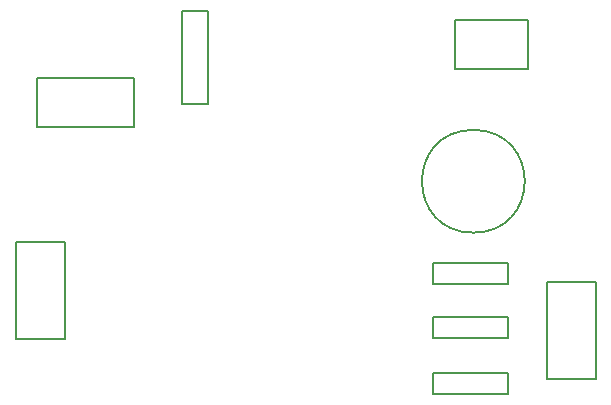
<source format=gbr>
G04*
G04 #@! TF.GenerationSoftware,Altium Limited,Altium Designer,22.4.2 (48)*
G04*
G04 Layer_Color=32768*
%FSLAX44Y44*%
%MOMM*%
G71*
G04*
G04 #@! TF.SameCoordinates,526C220A-A096-4E3C-8F2C-01EC2D9484EB*
G04*
G04*
G04 #@! TF.FilePolarity,Positive*
G04*
G01*
G75*
%ADD12C,0.2000*%
D12*
X420000Y291000D02*
G03*
X420000Y204000I0J-43500D01*
G01*
D02*
G03*
X420000Y291000I0J43500D01*
G01*
X32550Y114000D02*
X73950D01*
Y196000D01*
X32550D02*
X73950D01*
X32550Y114000D02*
Y196000D01*
X482290Y162320D02*
X523690D01*
X482290Y80320D02*
Y162320D01*
Y80320D02*
X523690D01*
Y162320D01*
X386000Y85250D02*
X449500D01*
Y67250D02*
Y85250D01*
X386000Y67250D02*
X449500D01*
X386000D02*
Y85250D01*
X173220Y391850D02*
X195220D01*
X173220Y312750D02*
Y391850D01*
Y312750D02*
X195220D01*
Y391850D01*
X50510Y293500D02*
Y334900D01*
Y293500D02*
X132510D01*
Y334900D01*
X50510D02*
X132510D01*
X466360Y342830D02*
Y384230D01*
X404360D02*
X466360D01*
X404360Y342830D02*
Y384230D01*
Y342830D02*
X466360D01*
X385500Y160500D02*
Y178500D01*
Y160500D02*
X449000D01*
Y178500D01*
X385500D02*
X449000D01*
X385500Y115000D02*
Y133000D01*
Y115000D02*
X449000D01*
Y133000D01*
X385500D02*
X449000D01*
M02*

</source>
